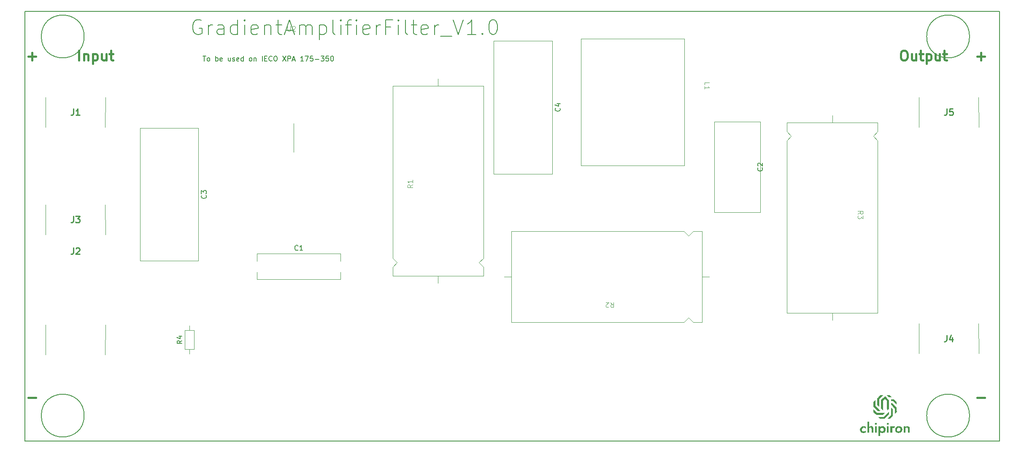
<source format=gbr>
%TF.GenerationSoftware,KiCad,Pcbnew,7.0.7*%
%TF.CreationDate,2023-09-25T16:49:46+02:00*%
%TF.ProjectId,GradientAmplifierFilter_V1,47726164-6965-46e7-9441-6d706c696669,rev?*%
%TF.SameCoordinates,Original*%
%TF.FileFunction,Legend,Top*%
%TF.FilePolarity,Positive*%
%FSLAX46Y46*%
G04 Gerber Fmt 4.6, Leading zero omitted, Abs format (unit mm)*
G04 Created by KiCad (PCBNEW 7.0.7) date 2023-09-25 16:49:46*
%MOMM*%
%LPD*%
G01*
G04 APERTURE LIST*
%ADD10C,0.150000*%
%ADD11C,0.400000*%
%ADD12C,0.100000*%
%ADD13C,0.254000*%
%ADD14C,0.300000*%
%ADD15C,0.120000*%
%TA.AperFunction,Profile*%
%ADD16C,0.150000*%
%TD*%
G04 APERTURE END LIST*
D10*
X20763922Y-32719819D02*
X21335350Y-32719819D01*
X21049636Y-33719819D02*
X21049636Y-32719819D01*
X21811541Y-33719819D02*
X21716303Y-33672200D01*
X21716303Y-33672200D02*
X21668684Y-33624580D01*
X21668684Y-33624580D02*
X21621065Y-33529342D01*
X21621065Y-33529342D02*
X21621065Y-33243628D01*
X21621065Y-33243628D02*
X21668684Y-33148390D01*
X21668684Y-33148390D02*
X21716303Y-33100771D01*
X21716303Y-33100771D02*
X21811541Y-33053152D01*
X21811541Y-33053152D02*
X21954398Y-33053152D01*
X21954398Y-33053152D02*
X22049636Y-33100771D01*
X22049636Y-33100771D02*
X22097255Y-33148390D01*
X22097255Y-33148390D02*
X22144874Y-33243628D01*
X22144874Y-33243628D02*
X22144874Y-33529342D01*
X22144874Y-33529342D02*
X22097255Y-33624580D01*
X22097255Y-33624580D02*
X22049636Y-33672200D01*
X22049636Y-33672200D02*
X21954398Y-33719819D01*
X21954398Y-33719819D02*
X21811541Y-33719819D01*
X23335351Y-33719819D02*
X23335351Y-32719819D01*
X23335351Y-33100771D02*
X23430589Y-33053152D01*
X23430589Y-33053152D02*
X23621065Y-33053152D01*
X23621065Y-33053152D02*
X23716303Y-33100771D01*
X23716303Y-33100771D02*
X23763922Y-33148390D01*
X23763922Y-33148390D02*
X23811541Y-33243628D01*
X23811541Y-33243628D02*
X23811541Y-33529342D01*
X23811541Y-33529342D02*
X23763922Y-33624580D01*
X23763922Y-33624580D02*
X23716303Y-33672200D01*
X23716303Y-33672200D02*
X23621065Y-33719819D01*
X23621065Y-33719819D02*
X23430589Y-33719819D01*
X23430589Y-33719819D02*
X23335351Y-33672200D01*
X24621065Y-33672200D02*
X24525827Y-33719819D01*
X24525827Y-33719819D02*
X24335351Y-33719819D01*
X24335351Y-33719819D02*
X24240113Y-33672200D01*
X24240113Y-33672200D02*
X24192494Y-33576961D01*
X24192494Y-33576961D02*
X24192494Y-33196009D01*
X24192494Y-33196009D02*
X24240113Y-33100771D01*
X24240113Y-33100771D02*
X24335351Y-33053152D01*
X24335351Y-33053152D02*
X24525827Y-33053152D01*
X24525827Y-33053152D02*
X24621065Y-33100771D01*
X24621065Y-33100771D02*
X24668684Y-33196009D01*
X24668684Y-33196009D02*
X24668684Y-33291247D01*
X24668684Y-33291247D02*
X24192494Y-33386485D01*
X26287732Y-33053152D02*
X26287732Y-33719819D01*
X25859161Y-33053152D02*
X25859161Y-33576961D01*
X25859161Y-33576961D02*
X25906780Y-33672200D01*
X25906780Y-33672200D02*
X26002018Y-33719819D01*
X26002018Y-33719819D02*
X26144875Y-33719819D01*
X26144875Y-33719819D02*
X26240113Y-33672200D01*
X26240113Y-33672200D02*
X26287732Y-33624580D01*
X26716304Y-33672200D02*
X26811542Y-33719819D01*
X26811542Y-33719819D02*
X27002018Y-33719819D01*
X27002018Y-33719819D02*
X27097256Y-33672200D01*
X27097256Y-33672200D02*
X27144875Y-33576961D01*
X27144875Y-33576961D02*
X27144875Y-33529342D01*
X27144875Y-33529342D02*
X27097256Y-33434104D01*
X27097256Y-33434104D02*
X27002018Y-33386485D01*
X27002018Y-33386485D02*
X26859161Y-33386485D01*
X26859161Y-33386485D02*
X26763923Y-33338866D01*
X26763923Y-33338866D02*
X26716304Y-33243628D01*
X26716304Y-33243628D02*
X26716304Y-33196009D01*
X26716304Y-33196009D02*
X26763923Y-33100771D01*
X26763923Y-33100771D02*
X26859161Y-33053152D01*
X26859161Y-33053152D02*
X27002018Y-33053152D01*
X27002018Y-33053152D02*
X27097256Y-33100771D01*
X27954399Y-33672200D02*
X27859161Y-33719819D01*
X27859161Y-33719819D02*
X27668685Y-33719819D01*
X27668685Y-33719819D02*
X27573447Y-33672200D01*
X27573447Y-33672200D02*
X27525828Y-33576961D01*
X27525828Y-33576961D02*
X27525828Y-33196009D01*
X27525828Y-33196009D02*
X27573447Y-33100771D01*
X27573447Y-33100771D02*
X27668685Y-33053152D01*
X27668685Y-33053152D02*
X27859161Y-33053152D01*
X27859161Y-33053152D02*
X27954399Y-33100771D01*
X27954399Y-33100771D02*
X28002018Y-33196009D01*
X28002018Y-33196009D02*
X28002018Y-33291247D01*
X28002018Y-33291247D02*
X27525828Y-33386485D01*
X28859161Y-33719819D02*
X28859161Y-32719819D01*
X28859161Y-33672200D02*
X28763923Y-33719819D01*
X28763923Y-33719819D02*
X28573447Y-33719819D01*
X28573447Y-33719819D02*
X28478209Y-33672200D01*
X28478209Y-33672200D02*
X28430590Y-33624580D01*
X28430590Y-33624580D02*
X28382971Y-33529342D01*
X28382971Y-33529342D02*
X28382971Y-33243628D01*
X28382971Y-33243628D02*
X28430590Y-33148390D01*
X28430590Y-33148390D02*
X28478209Y-33100771D01*
X28478209Y-33100771D02*
X28573447Y-33053152D01*
X28573447Y-33053152D02*
X28763923Y-33053152D01*
X28763923Y-33053152D02*
X28859161Y-33100771D01*
X30240114Y-33719819D02*
X30144876Y-33672200D01*
X30144876Y-33672200D02*
X30097257Y-33624580D01*
X30097257Y-33624580D02*
X30049638Y-33529342D01*
X30049638Y-33529342D02*
X30049638Y-33243628D01*
X30049638Y-33243628D02*
X30097257Y-33148390D01*
X30097257Y-33148390D02*
X30144876Y-33100771D01*
X30144876Y-33100771D02*
X30240114Y-33053152D01*
X30240114Y-33053152D02*
X30382971Y-33053152D01*
X30382971Y-33053152D02*
X30478209Y-33100771D01*
X30478209Y-33100771D02*
X30525828Y-33148390D01*
X30525828Y-33148390D02*
X30573447Y-33243628D01*
X30573447Y-33243628D02*
X30573447Y-33529342D01*
X30573447Y-33529342D02*
X30525828Y-33624580D01*
X30525828Y-33624580D02*
X30478209Y-33672200D01*
X30478209Y-33672200D02*
X30382971Y-33719819D01*
X30382971Y-33719819D02*
X30240114Y-33719819D01*
X31002019Y-33053152D02*
X31002019Y-33719819D01*
X31002019Y-33148390D02*
X31049638Y-33100771D01*
X31049638Y-33100771D02*
X31144876Y-33053152D01*
X31144876Y-33053152D02*
X31287733Y-33053152D01*
X31287733Y-33053152D02*
X31382971Y-33100771D01*
X31382971Y-33100771D02*
X31430590Y-33196009D01*
X31430590Y-33196009D02*
X31430590Y-33719819D01*
X32668686Y-33719819D02*
X32668686Y-32719819D01*
X33144876Y-33196009D02*
X33478209Y-33196009D01*
X33621066Y-33719819D02*
X33144876Y-33719819D01*
X33144876Y-33719819D02*
X33144876Y-32719819D01*
X33144876Y-32719819D02*
X33621066Y-32719819D01*
X34621066Y-33624580D02*
X34573447Y-33672200D01*
X34573447Y-33672200D02*
X34430590Y-33719819D01*
X34430590Y-33719819D02*
X34335352Y-33719819D01*
X34335352Y-33719819D02*
X34192495Y-33672200D01*
X34192495Y-33672200D02*
X34097257Y-33576961D01*
X34097257Y-33576961D02*
X34049638Y-33481723D01*
X34049638Y-33481723D02*
X34002019Y-33291247D01*
X34002019Y-33291247D02*
X34002019Y-33148390D01*
X34002019Y-33148390D02*
X34049638Y-32957914D01*
X34049638Y-32957914D02*
X34097257Y-32862676D01*
X34097257Y-32862676D02*
X34192495Y-32767438D01*
X34192495Y-32767438D02*
X34335352Y-32719819D01*
X34335352Y-32719819D02*
X34430590Y-32719819D01*
X34430590Y-32719819D02*
X34573447Y-32767438D01*
X34573447Y-32767438D02*
X34621066Y-32815057D01*
X35240114Y-32719819D02*
X35430590Y-32719819D01*
X35430590Y-32719819D02*
X35525828Y-32767438D01*
X35525828Y-32767438D02*
X35621066Y-32862676D01*
X35621066Y-32862676D02*
X35668685Y-33053152D01*
X35668685Y-33053152D02*
X35668685Y-33386485D01*
X35668685Y-33386485D02*
X35621066Y-33576961D01*
X35621066Y-33576961D02*
X35525828Y-33672200D01*
X35525828Y-33672200D02*
X35430590Y-33719819D01*
X35430590Y-33719819D02*
X35240114Y-33719819D01*
X35240114Y-33719819D02*
X35144876Y-33672200D01*
X35144876Y-33672200D02*
X35049638Y-33576961D01*
X35049638Y-33576961D02*
X35002019Y-33386485D01*
X35002019Y-33386485D02*
X35002019Y-33053152D01*
X35002019Y-33053152D02*
X35049638Y-32862676D01*
X35049638Y-32862676D02*
X35144876Y-32767438D01*
X35144876Y-32767438D02*
X35240114Y-32719819D01*
X36763924Y-32719819D02*
X37430590Y-33719819D01*
X37430590Y-32719819D02*
X36763924Y-33719819D01*
X37811543Y-33719819D02*
X37811543Y-32719819D01*
X37811543Y-32719819D02*
X38192495Y-32719819D01*
X38192495Y-32719819D02*
X38287733Y-32767438D01*
X38287733Y-32767438D02*
X38335352Y-32815057D01*
X38335352Y-32815057D02*
X38382971Y-32910295D01*
X38382971Y-32910295D02*
X38382971Y-33053152D01*
X38382971Y-33053152D02*
X38335352Y-33148390D01*
X38335352Y-33148390D02*
X38287733Y-33196009D01*
X38287733Y-33196009D02*
X38192495Y-33243628D01*
X38192495Y-33243628D02*
X37811543Y-33243628D01*
X38763924Y-33434104D02*
X39240114Y-33434104D01*
X38668686Y-33719819D02*
X39002019Y-32719819D01*
X39002019Y-32719819D02*
X39335352Y-33719819D01*
X40954400Y-33719819D02*
X40382972Y-33719819D01*
X40668686Y-33719819D02*
X40668686Y-32719819D01*
X40668686Y-32719819D02*
X40573448Y-32862676D01*
X40573448Y-32862676D02*
X40478210Y-32957914D01*
X40478210Y-32957914D02*
X40382972Y-33005533D01*
X41287734Y-32719819D02*
X41954400Y-32719819D01*
X41954400Y-32719819D02*
X41525829Y-33719819D01*
X42811543Y-32719819D02*
X42335353Y-32719819D01*
X42335353Y-32719819D02*
X42287734Y-33196009D01*
X42287734Y-33196009D02*
X42335353Y-33148390D01*
X42335353Y-33148390D02*
X42430591Y-33100771D01*
X42430591Y-33100771D02*
X42668686Y-33100771D01*
X42668686Y-33100771D02*
X42763924Y-33148390D01*
X42763924Y-33148390D02*
X42811543Y-33196009D01*
X42811543Y-33196009D02*
X42859162Y-33291247D01*
X42859162Y-33291247D02*
X42859162Y-33529342D01*
X42859162Y-33529342D02*
X42811543Y-33624580D01*
X42811543Y-33624580D02*
X42763924Y-33672200D01*
X42763924Y-33672200D02*
X42668686Y-33719819D01*
X42668686Y-33719819D02*
X42430591Y-33719819D01*
X42430591Y-33719819D02*
X42335353Y-33672200D01*
X42335353Y-33672200D02*
X42287734Y-33624580D01*
X43287734Y-33338866D02*
X44049639Y-33338866D01*
X44430591Y-32719819D02*
X45049638Y-32719819D01*
X45049638Y-32719819D02*
X44716305Y-33100771D01*
X44716305Y-33100771D02*
X44859162Y-33100771D01*
X44859162Y-33100771D02*
X44954400Y-33148390D01*
X44954400Y-33148390D02*
X45002019Y-33196009D01*
X45002019Y-33196009D02*
X45049638Y-33291247D01*
X45049638Y-33291247D02*
X45049638Y-33529342D01*
X45049638Y-33529342D02*
X45002019Y-33624580D01*
X45002019Y-33624580D02*
X44954400Y-33672200D01*
X44954400Y-33672200D02*
X44859162Y-33719819D01*
X44859162Y-33719819D02*
X44573448Y-33719819D01*
X44573448Y-33719819D02*
X44478210Y-33672200D01*
X44478210Y-33672200D02*
X44430591Y-33624580D01*
X45954400Y-32719819D02*
X45478210Y-32719819D01*
X45478210Y-32719819D02*
X45430591Y-33196009D01*
X45430591Y-33196009D02*
X45478210Y-33148390D01*
X45478210Y-33148390D02*
X45573448Y-33100771D01*
X45573448Y-33100771D02*
X45811543Y-33100771D01*
X45811543Y-33100771D02*
X45906781Y-33148390D01*
X45906781Y-33148390D02*
X45954400Y-33196009D01*
X45954400Y-33196009D02*
X46002019Y-33291247D01*
X46002019Y-33291247D02*
X46002019Y-33529342D01*
X46002019Y-33529342D02*
X45954400Y-33624580D01*
X45954400Y-33624580D02*
X45906781Y-33672200D01*
X45906781Y-33672200D02*
X45811543Y-33719819D01*
X45811543Y-33719819D02*
X45573448Y-33719819D01*
X45573448Y-33719819D02*
X45478210Y-33672200D01*
X45478210Y-33672200D02*
X45430591Y-33624580D01*
X46621067Y-32719819D02*
X46716305Y-32719819D01*
X46716305Y-32719819D02*
X46811543Y-32767438D01*
X46811543Y-32767438D02*
X46859162Y-32815057D01*
X46859162Y-32815057D02*
X46906781Y-32910295D01*
X46906781Y-32910295D02*
X46954400Y-33100771D01*
X46954400Y-33100771D02*
X46954400Y-33338866D01*
X46954400Y-33338866D02*
X46906781Y-33529342D01*
X46906781Y-33529342D02*
X46859162Y-33624580D01*
X46859162Y-33624580D02*
X46811543Y-33672200D01*
X46811543Y-33672200D02*
X46716305Y-33719819D01*
X46716305Y-33719819D02*
X46621067Y-33719819D01*
X46621067Y-33719819D02*
X46525829Y-33672200D01*
X46525829Y-33672200D02*
X46478210Y-33624580D01*
X46478210Y-33624580D02*
X46430591Y-33529342D01*
X46430591Y-33529342D02*
X46382972Y-33338866D01*
X46382972Y-33338866D02*
X46382972Y-33100771D01*
X46382972Y-33100771D02*
X46430591Y-32910295D01*
X46430591Y-32910295D02*
X46478210Y-32815057D01*
X46478210Y-32815057D02*
X46525829Y-32767438D01*
X46525829Y-32767438D02*
X46621067Y-32719819D01*
D11*
X176119347Y-32822533D02*
X177643157Y-32822533D01*
X176881252Y-33584438D02*
X176881252Y-32060628D01*
X176119347Y-101402533D02*
X177643157Y-101402533D01*
X-4090652Y-33584438D02*
X-4090652Y-31584438D01*
X-3138271Y-32251104D02*
X-3138271Y-33584438D01*
X-3138271Y-32441580D02*
X-3043033Y-32346342D01*
X-3043033Y-32346342D02*
X-2852557Y-32251104D01*
X-2852557Y-32251104D02*
X-2566842Y-32251104D01*
X-2566842Y-32251104D02*
X-2376366Y-32346342D01*
X-2376366Y-32346342D02*
X-2281128Y-32536819D01*
X-2281128Y-32536819D02*
X-2281128Y-33584438D01*
X-1328747Y-32251104D02*
X-1328747Y-34251104D01*
X-1328747Y-32346342D02*
X-1138271Y-32251104D01*
X-1138271Y-32251104D02*
X-757318Y-32251104D01*
X-757318Y-32251104D02*
X-566842Y-32346342D01*
X-566842Y-32346342D02*
X-471604Y-32441580D01*
X-471604Y-32441580D02*
X-376366Y-32632057D01*
X-376366Y-32632057D02*
X-376366Y-33203485D01*
X-376366Y-33203485D02*
X-471604Y-33393961D01*
X-471604Y-33393961D02*
X-566842Y-33489200D01*
X-566842Y-33489200D02*
X-757318Y-33584438D01*
X-757318Y-33584438D02*
X-1138271Y-33584438D01*
X-1138271Y-33584438D02*
X-1328747Y-33489200D01*
X1337919Y-32251104D02*
X1337919Y-33584438D01*
X480776Y-32251104D02*
X480776Y-33298723D01*
X480776Y-33298723D02*
X576014Y-33489200D01*
X576014Y-33489200D02*
X766490Y-33584438D01*
X766490Y-33584438D02*
X1052205Y-33584438D01*
X1052205Y-33584438D02*
X1242681Y-33489200D01*
X1242681Y-33489200D02*
X1337919Y-33393961D01*
X2004586Y-32251104D02*
X2766490Y-32251104D01*
X2290300Y-31584438D02*
X2290300Y-33298723D01*
X2290300Y-33298723D02*
X2385538Y-33489200D01*
X2385538Y-33489200D02*
X2576014Y-33584438D01*
X2576014Y-33584438D02*
X2766490Y-33584438D01*
X161260299Y-31584438D02*
X161641252Y-31584438D01*
X161641252Y-31584438D02*
X161831728Y-31679676D01*
X161831728Y-31679676D02*
X162022204Y-31870152D01*
X162022204Y-31870152D02*
X162117442Y-32251104D01*
X162117442Y-32251104D02*
X162117442Y-32917771D01*
X162117442Y-32917771D02*
X162022204Y-33298723D01*
X162022204Y-33298723D02*
X161831728Y-33489200D01*
X161831728Y-33489200D02*
X161641252Y-33584438D01*
X161641252Y-33584438D02*
X161260299Y-33584438D01*
X161260299Y-33584438D02*
X161069823Y-33489200D01*
X161069823Y-33489200D02*
X160879347Y-33298723D01*
X160879347Y-33298723D02*
X160784109Y-32917771D01*
X160784109Y-32917771D02*
X160784109Y-32251104D01*
X160784109Y-32251104D02*
X160879347Y-31870152D01*
X160879347Y-31870152D02*
X161069823Y-31679676D01*
X161069823Y-31679676D02*
X161260299Y-31584438D01*
X163831728Y-32251104D02*
X163831728Y-33584438D01*
X162974585Y-32251104D02*
X162974585Y-33298723D01*
X162974585Y-33298723D02*
X163069823Y-33489200D01*
X163069823Y-33489200D02*
X163260299Y-33584438D01*
X163260299Y-33584438D02*
X163546014Y-33584438D01*
X163546014Y-33584438D02*
X163736490Y-33489200D01*
X163736490Y-33489200D02*
X163831728Y-33393961D01*
X164498395Y-32251104D02*
X165260299Y-32251104D01*
X164784109Y-31584438D02*
X164784109Y-33298723D01*
X164784109Y-33298723D02*
X164879347Y-33489200D01*
X164879347Y-33489200D02*
X165069823Y-33584438D01*
X165069823Y-33584438D02*
X165260299Y-33584438D01*
X165926966Y-32251104D02*
X165926966Y-34251104D01*
X165926966Y-32346342D02*
X166117442Y-32251104D01*
X166117442Y-32251104D02*
X166498395Y-32251104D01*
X166498395Y-32251104D02*
X166688871Y-32346342D01*
X166688871Y-32346342D02*
X166784109Y-32441580D01*
X166784109Y-32441580D02*
X166879347Y-32632057D01*
X166879347Y-32632057D02*
X166879347Y-33203485D01*
X166879347Y-33203485D02*
X166784109Y-33393961D01*
X166784109Y-33393961D02*
X166688871Y-33489200D01*
X166688871Y-33489200D02*
X166498395Y-33584438D01*
X166498395Y-33584438D02*
X166117442Y-33584438D01*
X166117442Y-33584438D02*
X165926966Y-33489200D01*
X168593633Y-32251104D02*
X168593633Y-33584438D01*
X167736490Y-32251104D02*
X167736490Y-33298723D01*
X167736490Y-33298723D02*
X167831728Y-33489200D01*
X167831728Y-33489200D02*
X168022204Y-33584438D01*
X168022204Y-33584438D02*
X168307919Y-33584438D01*
X168307919Y-33584438D02*
X168498395Y-33489200D01*
X168498395Y-33489200D02*
X168593633Y-33393961D01*
X169260300Y-32251104D02*
X170022204Y-32251104D01*
X169546014Y-31584438D02*
X169546014Y-33298723D01*
X169546014Y-33298723D02*
X169641252Y-33489200D01*
X169641252Y-33489200D02*
X169831728Y-33584438D01*
X169831728Y-33584438D02*
X170022204Y-33584438D01*
D10*
X20414398Y-25537914D02*
X20128684Y-25395057D01*
X20128684Y-25395057D02*
X19700112Y-25395057D01*
X19700112Y-25395057D02*
X19271541Y-25537914D01*
X19271541Y-25537914D02*
X18985826Y-25823628D01*
X18985826Y-25823628D02*
X18842969Y-26109342D01*
X18842969Y-26109342D02*
X18700112Y-26680771D01*
X18700112Y-26680771D02*
X18700112Y-27109342D01*
X18700112Y-27109342D02*
X18842969Y-27680771D01*
X18842969Y-27680771D02*
X18985826Y-27966485D01*
X18985826Y-27966485D02*
X19271541Y-28252200D01*
X19271541Y-28252200D02*
X19700112Y-28395057D01*
X19700112Y-28395057D02*
X19985826Y-28395057D01*
X19985826Y-28395057D02*
X20414398Y-28252200D01*
X20414398Y-28252200D02*
X20557255Y-28109342D01*
X20557255Y-28109342D02*
X20557255Y-27109342D01*
X20557255Y-27109342D02*
X19985826Y-27109342D01*
X21842969Y-28395057D02*
X21842969Y-26395057D01*
X21842969Y-26966485D02*
X21985826Y-26680771D01*
X21985826Y-26680771D02*
X22128684Y-26537914D01*
X22128684Y-26537914D02*
X22414398Y-26395057D01*
X22414398Y-26395057D02*
X22700112Y-26395057D01*
X24985827Y-28395057D02*
X24985827Y-26823628D01*
X24985827Y-26823628D02*
X24842969Y-26537914D01*
X24842969Y-26537914D02*
X24557255Y-26395057D01*
X24557255Y-26395057D02*
X23985827Y-26395057D01*
X23985827Y-26395057D02*
X23700112Y-26537914D01*
X24985827Y-28252200D02*
X24700112Y-28395057D01*
X24700112Y-28395057D02*
X23985827Y-28395057D01*
X23985827Y-28395057D02*
X23700112Y-28252200D01*
X23700112Y-28252200D02*
X23557255Y-27966485D01*
X23557255Y-27966485D02*
X23557255Y-27680771D01*
X23557255Y-27680771D02*
X23700112Y-27395057D01*
X23700112Y-27395057D02*
X23985827Y-27252200D01*
X23985827Y-27252200D02*
X24700112Y-27252200D01*
X24700112Y-27252200D02*
X24985827Y-27109342D01*
X27700113Y-28395057D02*
X27700113Y-25395057D01*
X27700113Y-28252200D02*
X27414398Y-28395057D01*
X27414398Y-28395057D02*
X26842970Y-28395057D01*
X26842970Y-28395057D02*
X26557255Y-28252200D01*
X26557255Y-28252200D02*
X26414398Y-28109342D01*
X26414398Y-28109342D02*
X26271541Y-27823628D01*
X26271541Y-27823628D02*
X26271541Y-26966485D01*
X26271541Y-26966485D02*
X26414398Y-26680771D01*
X26414398Y-26680771D02*
X26557255Y-26537914D01*
X26557255Y-26537914D02*
X26842970Y-26395057D01*
X26842970Y-26395057D02*
X27414398Y-26395057D01*
X27414398Y-26395057D02*
X27700113Y-26537914D01*
X29128684Y-28395057D02*
X29128684Y-26395057D01*
X29128684Y-25395057D02*
X28985827Y-25537914D01*
X28985827Y-25537914D02*
X29128684Y-25680771D01*
X29128684Y-25680771D02*
X29271541Y-25537914D01*
X29271541Y-25537914D02*
X29128684Y-25395057D01*
X29128684Y-25395057D02*
X29128684Y-25680771D01*
X31700112Y-28252200D02*
X31414398Y-28395057D01*
X31414398Y-28395057D02*
X30842970Y-28395057D01*
X30842970Y-28395057D02*
X30557255Y-28252200D01*
X30557255Y-28252200D02*
X30414398Y-27966485D01*
X30414398Y-27966485D02*
X30414398Y-26823628D01*
X30414398Y-26823628D02*
X30557255Y-26537914D01*
X30557255Y-26537914D02*
X30842970Y-26395057D01*
X30842970Y-26395057D02*
X31414398Y-26395057D01*
X31414398Y-26395057D02*
X31700112Y-26537914D01*
X31700112Y-26537914D02*
X31842970Y-26823628D01*
X31842970Y-26823628D02*
X31842970Y-27109342D01*
X31842970Y-27109342D02*
X30414398Y-27395057D01*
X33128684Y-26395057D02*
X33128684Y-28395057D01*
X33128684Y-26680771D02*
X33271541Y-26537914D01*
X33271541Y-26537914D02*
X33557256Y-26395057D01*
X33557256Y-26395057D02*
X33985827Y-26395057D01*
X33985827Y-26395057D02*
X34271541Y-26537914D01*
X34271541Y-26537914D02*
X34414399Y-26823628D01*
X34414399Y-26823628D02*
X34414399Y-28395057D01*
X35414399Y-26395057D02*
X36557256Y-26395057D01*
X35842970Y-25395057D02*
X35842970Y-27966485D01*
X35842970Y-27966485D02*
X35985827Y-28252200D01*
X35985827Y-28252200D02*
X36271542Y-28395057D01*
X36271542Y-28395057D02*
X36557256Y-28395057D01*
X37414399Y-27537914D02*
X38842971Y-27537914D01*
X37128685Y-28395057D02*
X38128685Y-25395057D01*
X38128685Y-25395057D02*
X39128685Y-28395057D01*
X40128685Y-28395057D02*
X40128685Y-26395057D01*
X40128685Y-26680771D02*
X40271542Y-26537914D01*
X40271542Y-26537914D02*
X40557257Y-26395057D01*
X40557257Y-26395057D02*
X40985828Y-26395057D01*
X40985828Y-26395057D02*
X41271542Y-26537914D01*
X41271542Y-26537914D02*
X41414400Y-26823628D01*
X41414400Y-26823628D02*
X41414400Y-28395057D01*
X41414400Y-26823628D02*
X41557257Y-26537914D01*
X41557257Y-26537914D02*
X41842971Y-26395057D01*
X41842971Y-26395057D02*
X42271542Y-26395057D01*
X42271542Y-26395057D02*
X42557257Y-26537914D01*
X42557257Y-26537914D02*
X42700114Y-26823628D01*
X42700114Y-26823628D02*
X42700114Y-28395057D01*
X44128685Y-26395057D02*
X44128685Y-29395057D01*
X44128685Y-26537914D02*
X44414400Y-26395057D01*
X44414400Y-26395057D02*
X44985828Y-26395057D01*
X44985828Y-26395057D02*
X45271542Y-26537914D01*
X45271542Y-26537914D02*
X45414400Y-26680771D01*
X45414400Y-26680771D02*
X45557257Y-26966485D01*
X45557257Y-26966485D02*
X45557257Y-27823628D01*
X45557257Y-27823628D02*
X45414400Y-28109342D01*
X45414400Y-28109342D02*
X45271542Y-28252200D01*
X45271542Y-28252200D02*
X44985828Y-28395057D01*
X44985828Y-28395057D02*
X44414400Y-28395057D01*
X44414400Y-28395057D02*
X44128685Y-28252200D01*
X47271543Y-28395057D02*
X46985828Y-28252200D01*
X46985828Y-28252200D02*
X46842971Y-27966485D01*
X46842971Y-27966485D02*
X46842971Y-25395057D01*
X48414400Y-28395057D02*
X48414400Y-26395057D01*
X48414400Y-25395057D02*
X48271543Y-25537914D01*
X48271543Y-25537914D02*
X48414400Y-25680771D01*
X48414400Y-25680771D02*
X48557257Y-25537914D01*
X48557257Y-25537914D02*
X48414400Y-25395057D01*
X48414400Y-25395057D02*
X48414400Y-25680771D01*
X49414400Y-26395057D02*
X50557257Y-26395057D01*
X49842971Y-28395057D02*
X49842971Y-25823628D01*
X49842971Y-25823628D02*
X49985828Y-25537914D01*
X49985828Y-25537914D02*
X50271543Y-25395057D01*
X50271543Y-25395057D02*
X50557257Y-25395057D01*
X51557257Y-28395057D02*
X51557257Y-26395057D01*
X51557257Y-25395057D02*
X51414400Y-25537914D01*
X51414400Y-25537914D02*
X51557257Y-25680771D01*
X51557257Y-25680771D02*
X51700114Y-25537914D01*
X51700114Y-25537914D02*
X51557257Y-25395057D01*
X51557257Y-25395057D02*
X51557257Y-25680771D01*
X54128685Y-28252200D02*
X53842971Y-28395057D01*
X53842971Y-28395057D02*
X53271543Y-28395057D01*
X53271543Y-28395057D02*
X52985828Y-28252200D01*
X52985828Y-28252200D02*
X52842971Y-27966485D01*
X52842971Y-27966485D02*
X52842971Y-26823628D01*
X52842971Y-26823628D02*
X52985828Y-26537914D01*
X52985828Y-26537914D02*
X53271543Y-26395057D01*
X53271543Y-26395057D02*
X53842971Y-26395057D01*
X53842971Y-26395057D02*
X54128685Y-26537914D01*
X54128685Y-26537914D02*
X54271543Y-26823628D01*
X54271543Y-26823628D02*
X54271543Y-27109342D01*
X54271543Y-27109342D02*
X52842971Y-27395057D01*
X55557257Y-28395057D02*
X55557257Y-26395057D01*
X55557257Y-26966485D02*
X55700114Y-26680771D01*
X55700114Y-26680771D02*
X55842972Y-26537914D01*
X55842972Y-26537914D02*
X56128686Y-26395057D01*
X56128686Y-26395057D02*
X56414400Y-26395057D01*
X58414400Y-26823628D02*
X57414400Y-26823628D01*
X57414400Y-28395057D02*
X57414400Y-25395057D01*
X57414400Y-25395057D02*
X58842972Y-25395057D01*
X59985829Y-28395057D02*
X59985829Y-26395057D01*
X59985829Y-25395057D02*
X59842972Y-25537914D01*
X59842972Y-25537914D02*
X59985829Y-25680771D01*
X59985829Y-25680771D02*
X60128686Y-25537914D01*
X60128686Y-25537914D02*
X59985829Y-25395057D01*
X59985829Y-25395057D02*
X59985829Y-25680771D01*
X61842972Y-28395057D02*
X61557257Y-28252200D01*
X61557257Y-28252200D02*
X61414400Y-27966485D01*
X61414400Y-27966485D02*
X61414400Y-25395057D01*
X62557258Y-26395057D02*
X63700115Y-26395057D01*
X62985829Y-25395057D02*
X62985829Y-27966485D01*
X62985829Y-27966485D02*
X63128686Y-28252200D01*
X63128686Y-28252200D02*
X63414401Y-28395057D01*
X63414401Y-28395057D02*
X63700115Y-28395057D01*
X65842972Y-28252200D02*
X65557258Y-28395057D01*
X65557258Y-28395057D02*
X64985830Y-28395057D01*
X64985830Y-28395057D02*
X64700115Y-28252200D01*
X64700115Y-28252200D02*
X64557258Y-27966485D01*
X64557258Y-27966485D02*
X64557258Y-26823628D01*
X64557258Y-26823628D02*
X64700115Y-26537914D01*
X64700115Y-26537914D02*
X64985830Y-26395057D01*
X64985830Y-26395057D02*
X65557258Y-26395057D01*
X65557258Y-26395057D02*
X65842972Y-26537914D01*
X65842972Y-26537914D02*
X65985830Y-26823628D01*
X65985830Y-26823628D02*
X65985830Y-27109342D01*
X65985830Y-27109342D02*
X64557258Y-27395057D01*
X67271544Y-28395057D02*
X67271544Y-26395057D01*
X67271544Y-26966485D02*
X67414401Y-26680771D01*
X67414401Y-26680771D02*
X67557259Y-26537914D01*
X67557259Y-26537914D02*
X67842973Y-26395057D01*
X67842973Y-26395057D02*
X68128687Y-26395057D01*
X68414402Y-28680771D02*
X70700116Y-28680771D01*
X70985830Y-25395057D02*
X71985830Y-28395057D01*
X71985830Y-28395057D02*
X72985830Y-25395057D01*
X75557259Y-28395057D02*
X73842973Y-28395057D01*
X74700116Y-28395057D02*
X74700116Y-25395057D01*
X74700116Y-25395057D02*
X74414402Y-25823628D01*
X74414402Y-25823628D02*
X74128687Y-26109342D01*
X74128687Y-26109342D02*
X73842973Y-26252200D01*
X76842973Y-28109342D02*
X76985830Y-28252200D01*
X76985830Y-28252200D02*
X76842973Y-28395057D01*
X76842973Y-28395057D02*
X76700116Y-28252200D01*
X76700116Y-28252200D02*
X76842973Y-28109342D01*
X76842973Y-28109342D02*
X76842973Y-28395057D01*
X78842973Y-25395057D02*
X79128687Y-25395057D01*
X79128687Y-25395057D02*
X79414401Y-25537914D01*
X79414401Y-25537914D02*
X79557259Y-25680771D01*
X79557259Y-25680771D02*
X79700116Y-25966485D01*
X79700116Y-25966485D02*
X79842973Y-26537914D01*
X79842973Y-26537914D02*
X79842973Y-27252200D01*
X79842973Y-27252200D02*
X79700116Y-27823628D01*
X79700116Y-27823628D02*
X79557259Y-28109342D01*
X79557259Y-28109342D02*
X79414401Y-28252200D01*
X79414401Y-28252200D02*
X79128687Y-28395057D01*
X79128687Y-28395057D02*
X78842973Y-28395057D01*
X78842973Y-28395057D02*
X78557259Y-28252200D01*
X78557259Y-28252200D02*
X78414401Y-28109342D01*
X78414401Y-28109342D02*
X78271544Y-27823628D01*
X78271544Y-27823628D02*
X78128687Y-27252200D01*
X78128687Y-27252200D02*
X78128687Y-26537914D01*
X78128687Y-26537914D02*
X78271544Y-25966485D01*
X78271544Y-25966485D02*
X78414401Y-25680771D01*
X78414401Y-25680771D02*
X78557259Y-25537914D01*
X78557259Y-25537914D02*
X78842973Y-25395057D01*
D11*
X-14250652Y-101402533D02*
X-12726843Y-101402533D01*
X-14250652Y-32822533D02*
X-12726843Y-32822533D01*
X-13488747Y-33584438D02*
X-13488747Y-32060628D01*
D12*
X121392580Y-38483333D02*
X121392580Y-38007143D01*
X121392580Y-38007143D02*
X122392580Y-38007143D01*
X121392580Y-39340476D02*
X121392580Y-38769048D01*
X121392580Y-39054762D02*
X122392580Y-39054762D01*
X122392580Y-39054762D02*
X122249723Y-38959524D01*
X122249723Y-38959524D02*
X122154485Y-38864286D01*
X122154485Y-38864286D02*
X122106866Y-38769048D01*
X37738095Y-26707419D02*
X37738095Y-27516942D01*
X37738095Y-27516942D02*
X37785714Y-27612180D01*
X37785714Y-27612180D02*
X37833333Y-27659800D01*
X37833333Y-27659800D02*
X37928571Y-27707419D01*
X37928571Y-27707419D02*
X38119047Y-27707419D01*
X38119047Y-27707419D02*
X38214285Y-27659800D01*
X38214285Y-27659800D02*
X38261904Y-27612180D01*
X38261904Y-27612180D02*
X38309523Y-27516942D01*
X38309523Y-27516942D02*
X38309523Y-26707419D01*
X38738095Y-26802657D02*
X38785714Y-26755038D01*
X38785714Y-26755038D02*
X38880952Y-26707419D01*
X38880952Y-26707419D02*
X39119047Y-26707419D01*
X39119047Y-26707419D02*
X39214285Y-26755038D01*
X39214285Y-26755038D02*
X39261904Y-26802657D01*
X39261904Y-26802657D02*
X39309523Y-26897895D01*
X39309523Y-26897895D02*
X39309523Y-26993133D01*
X39309523Y-26993133D02*
X39261904Y-27135990D01*
X39261904Y-27135990D02*
X38690476Y-27707419D01*
X38690476Y-27707419D02*
X39309523Y-27707419D01*
D13*
X170006667Y-88794318D02*
X170006667Y-89701461D01*
X170006667Y-89701461D02*
X169946190Y-89882889D01*
X169946190Y-89882889D02*
X169825238Y-90003842D01*
X169825238Y-90003842D02*
X169643809Y-90064318D01*
X169643809Y-90064318D02*
X169522857Y-90064318D01*
X171155714Y-89217651D02*
X171155714Y-90064318D01*
X170853333Y-88733842D02*
X170550952Y-89640984D01*
X170550952Y-89640984D02*
X171337143Y-89640984D01*
D10*
X39833333Y-71659580D02*
X39785714Y-71707200D01*
X39785714Y-71707200D02*
X39642857Y-71754819D01*
X39642857Y-71754819D02*
X39547619Y-71754819D01*
X39547619Y-71754819D02*
X39404762Y-71707200D01*
X39404762Y-71707200D02*
X39309524Y-71611961D01*
X39309524Y-71611961D02*
X39261905Y-71516723D01*
X39261905Y-71516723D02*
X39214286Y-71326247D01*
X39214286Y-71326247D02*
X39214286Y-71183390D01*
X39214286Y-71183390D02*
X39261905Y-70992914D01*
X39261905Y-70992914D02*
X39309524Y-70897676D01*
X39309524Y-70897676D02*
X39404762Y-70802438D01*
X39404762Y-70802438D02*
X39547619Y-70754819D01*
X39547619Y-70754819D02*
X39642857Y-70754819D01*
X39642857Y-70754819D02*
X39785714Y-70802438D01*
X39785714Y-70802438D02*
X39833333Y-70850057D01*
X40785714Y-71754819D02*
X40214286Y-71754819D01*
X40500000Y-71754819D02*
X40500000Y-70754819D01*
X40500000Y-70754819D02*
X40404762Y-70897676D01*
X40404762Y-70897676D02*
X40309524Y-70992914D01*
X40309524Y-70992914D02*
X40214286Y-71040533D01*
D13*
X-5253332Y-43314318D02*
X-5253332Y-44221461D01*
X-5253332Y-44221461D02*
X-5313809Y-44402889D01*
X-5313809Y-44402889D02*
X-5434761Y-44523842D01*
X-5434761Y-44523842D02*
X-5616190Y-44584318D01*
X-5616190Y-44584318D02*
X-5737142Y-44584318D01*
X-3983332Y-44584318D02*
X-4709047Y-44584318D01*
X-4346190Y-44584318D02*
X-4346190Y-43314318D01*
X-4346190Y-43314318D02*
X-4467142Y-43495746D01*
X-4467142Y-43495746D02*
X-4588094Y-43616699D01*
X-4588094Y-43616699D02*
X-4709047Y-43677175D01*
D12*
X152192580Y-64433333D02*
X152668771Y-64100000D01*
X152192580Y-63861905D02*
X153192580Y-63861905D01*
X153192580Y-63861905D02*
X153192580Y-64242857D01*
X153192580Y-64242857D02*
X153144961Y-64338095D01*
X153144961Y-64338095D02*
X153097342Y-64385714D01*
X153097342Y-64385714D02*
X153002104Y-64433333D01*
X153002104Y-64433333D02*
X152859247Y-64433333D01*
X152859247Y-64433333D02*
X152764009Y-64385714D01*
X152764009Y-64385714D02*
X152716390Y-64338095D01*
X152716390Y-64338095D02*
X152668771Y-64242857D01*
X152668771Y-64242857D02*
X152668771Y-63861905D01*
X153192580Y-64766667D02*
X153192580Y-65385714D01*
X153192580Y-65385714D02*
X152811628Y-65052381D01*
X152811628Y-65052381D02*
X152811628Y-65195238D01*
X152811628Y-65195238D02*
X152764009Y-65290476D01*
X152764009Y-65290476D02*
X152716390Y-65338095D01*
X152716390Y-65338095D02*
X152621152Y-65385714D01*
X152621152Y-65385714D02*
X152383057Y-65385714D01*
X152383057Y-65385714D02*
X152287819Y-65338095D01*
X152287819Y-65338095D02*
X152240200Y-65290476D01*
X152240200Y-65290476D02*
X152192580Y-65195238D01*
X152192580Y-65195238D02*
X152192580Y-64909524D01*
X152192580Y-64909524D02*
X152240200Y-64814286D01*
X152240200Y-64814286D02*
X152287819Y-64766667D01*
X62807419Y-58566666D02*
X62331228Y-58899999D01*
X62807419Y-59138094D02*
X61807419Y-59138094D01*
X61807419Y-59138094D02*
X61807419Y-58757142D01*
X61807419Y-58757142D02*
X61855038Y-58661904D01*
X61855038Y-58661904D02*
X61902657Y-58614285D01*
X61902657Y-58614285D02*
X61997895Y-58566666D01*
X61997895Y-58566666D02*
X62140752Y-58566666D01*
X62140752Y-58566666D02*
X62235990Y-58614285D01*
X62235990Y-58614285D02*
X62283609Y-58661904D01*
X62283609Y-58661904D02*
X62331228Y-58757142D01*
X62331228Y-58757142D02*
X62331228Y-59138094D01*
X62807419Y-57614285D02*
X62807419Y-58185713D01*
X62807419Y-57899999D02*
X61807419Y-57899999D01*
X61807419Y-57899999D02*
X61950276Y-57995237D01*
X61950276Y-57995237D02*
X62045514Y-58090475D01*
X62045514Y-58090475D02*
X62093133Y-58185713D01*
D14*
D13*
X-5253332Y-64904318D02*
X-5253332Y-65811461D01*
X-5253332Y-65811461D02*
X-5313809Y-65992889D01*
X-5313809Y-65992889D02*
X-5434761Y-66113842D01*
X-5434761Y-66113842D02*
X-5616190Y-66174318D01*
X-5616190Y-66174318D02*
X-5737142Y-66174318D01*
X-4769523Y-64904318D02*
X-3983332Y-64904318D01*
X-3983332Y-64904318D02*
X-4406666Y-65388127D01*
X-4406666Y-65388127D02*
X-4225237Y-65388127D01*
X-4225237Y-65388127D02*
X-4104285Y-65448603D01*
X-4104285Y-65448603D02*
X-4043809Y-65509080D01*
X-4043809Y-65509080D02*
X-3983332Y-65630032D01*
X-3983332Y-65630032D02*
X-3983332Y-65932413D01*
X-3983332Y-65932413D02*
X-4043809Y-66053365D01*
X-4043809Y-66053365D02*
X-4104285Y-66113842D01*
X-4104285Y-66113842D02*
X-4225237Y-66174318D01*
X-4225237Y-66174318D02*
X-4588094Y-66174318D01*
X-4588094Y-66174318D02*
X-4709047Y-66113842D01*
X-4709047Y-66113842D02*
X-4769523Y-66053365D01*
D12*
X102566666Y-82192580D02*
X102899999Y-82668771D01*
X103138094Y-82192580D02*
X103138094Y-83192580D01*
X103138094Y-83192580D02*
X102757142Y-83192580D01*
X102757142Y-83192580D02*
X102661904Y-83144961D01*
X102661904Y-83144961D02*
X102614285Y-83097342D01*
X102614285Y-83097342D02*
X102566666Y-83002104D01*
X102566666Y-83002104D02*
X102566666Y-82859247D01*
X102566666Y-82859247D02*
X102614285Y-82764009D01*
X102614285Y-82764009D02*
X102661904Y-82716390D01*
X102661904Y-82716390D02*
X102757142Y-82668771D01*
X102757142Y-82668771D02*
X103138094Y-82668771D01*
X102185713Y-83097342D02*
X102138094Y-83144961D01*
X102138094Y-83144961D02*
X102042856Y-83192580D01*
X102042856Y-83192580D02*
X101804761Y-83192580D01*
X101804761Y-83192580D02*
X101709523Y-83144961D01*
X101709523Y-83144961D02*
X101661904Y-83097342D01*
X101661904Y-83097342D02*
X101614285Y-83002104D01*
X101614285Y-83002104D02*
X101614285Y-82906866D01*
X101614285Y-82906866D02*
X101661904Y-82764009D01*
X101661904Y-82764009D02*
X102233332Y-82192580D01*
X102233332Y-82192580D02*
X101614285Y-82192580D01*
D10*
X92359580Y-43166666D02*
X92407200Y-43214285D01*
X92407200Y-43214285D02*
X92454819Y-43357142D01*
X92454819Y-43357142D02*
X92454819Y-43452380D01*
X92454819Y-43452380D02*
X92407200Y-43595237D01*
X92407200Y-43595237D02*
X92311961Y-43690475D01*
X92311961Y-43690475D02*
X92216723Y-43738094D01*
X92216723Y-43738094D02*
X92026247Y-43785713D01*
X92026247Y-43785713D02*
X91883390Y-43785713D01*
X91883390Y-43785713D02*
X91692914Y-43738094D01*
X91692914Y-43738094D02*
X91597676Y-43690475D01*
X91597676Y-43690475D02*
X91502438Y-43595237D01*
X91502438Y-43595237D02*
X91454819Y-43452380D01*
X91454819Y-43452380D02*
X91454819Y-43357142D01*
X91454819Y-43357142D02*
X91502438Y-43214285D01*
X91502438Y-43214285D02*
X91550057Y-43166666D01*
X91788152Y-42309523D02*
X92454819Y-42309523D01*
X91407200Y-42547618D02*
X92121485Y-42785713D01*
X92121485Y-42785713D02*
X92121485Y-42166666D01*
X132979580Y-55166666D02*
X133027200Y-55214285D01*
X133027200Y-55214285D02*
X133074819Y-55357142D01*
X133074819Y-55357142D02*
X133074819Y-55452380D01*
X133074819Y-55452380D02*
X133027200Y-55595237D01*
X133027200Y-55595237D02*
X132931961Y-55690475D01*
X132931961Y-55690475D02*
X132836723Y-55738094D01*
X132836723Y-55738094D02*
X132646247Y-55785713D01*
X132646247Y-55785713D02*
X132503390Y-55785713D01*
X132503390Y-55785713D02*
X132312914Y-55738094D01*
X132312914Y-55738094D02*
X132217676Y-55690475D01*
X132217676Y-55690475D02*
X132122438Y-55595237D01*
X132122438Y-55595237D02*
X132074819Y-55452380D01*
X132074819Y-55452380D02*
X132074819Y-55357142D01*
X132074819Y-55357142D02*
X132122438Y-55214285D01*
X132122438Y-55214285D02*
X132170057Y-55166666D01*
X132170057Y-54785713D02*
X132122438Y-54738094D01*
X132122438Y-54738094D02*
X132074819Y-54642856D01*
X132074819Y-54642856D02*
X132074819Y-54404761D01*
X132074819Y-54404761D02*
X132122438Y-54309523D01*
X132122438Y-54309523D02*
X132170057Y-54261904D01*
X132170057Y-54261904D02*
X132265295Y-54214285D01*
X132265295Y-54214285D02*
X132360533Y-54214285D01*
X132360533Y-54214285D02*
X132503390Y-54261904D01*
X132503390Y-54261904D02*
X133074819Y-54833332D01*
X133074819Y-54833332D02*
X133074819Y-54214285D01*
D13*
X170006667Y-43314318D02*
X170006667Y-44221461D01*
X170006667Y-44221461D02*
X169946190Y-44402889D01*
X169946190Y-44402889D02*
X169825238Y-44523842D01*
X169825238Y-44523842D02*
X169643809Y-44584318D01*
X169643809Y-44584318D02*
X169522857Y-44584318D01*
X171216190Y-43314318D02*
X170611428Y-43314318D01*
X170611428Y-43314318D02*
X170550952Y-43919080D01*
X170550952Y-43919080D02*
X170611428Y-43858603D01*
X170611428Y-43858603D02*
X170732381Y-43798127D01*
X170732381Y-43798127D02*
X171034762Y-43798127D01*
X171034762Y-43798127D02*
X171155714Y-43858603D01*
X171155714Y-43858603D02*
X171216190Y-43919080D01*
X171216190Y-43919080D02*
X171276667Y-44040032D01*
X171276667Y-44040032D02*
X171276667Y-44342413D01*
X171276667Y-44342413D02*
X171216190Y-44463365D01*
X171216190Y-44463365D02*
X171155714Y-44523842D01*
X171155714Y-44523842D02*
X171034762Y-44584318D01*
X171034762Y-44584318D02*
X170732381Y-44584318D01*
X170732381Y-44584318D02*
X170611428Y-44523842D01*
X170611428Y-44523842D02*
X170550952Y-44463365D01*
D10*
X21359580Y-60686666D02*
X21407200Y-60734285D01*
X21407200Y-60734285D02*
X21454819Y-60877142D01*
X21454819Y-60877142D02*
X21454819Y-60972380D01*
X21454819Y-60972380D02*
X21407200Y-61115237D01*
X21407200Y-61115237D02*
X21311961Y-61210475D01*
X21311961Y-61210475D02*
X21216723Y-61258094D01*
X21216723Y-61258094D02*
X21026247Y-61305713D01*
X21026247Y-61305713D02*
X20883390Y-61305713D01*
X20883390Y-61305713D02*
X20692914Y-61258094D01*
X20692914Y-61258094D02*
X20597676Y-61210475D01*
X20597676Y-61210475D02*
X20502438Y-61115237D01*
X20502438Y-61115237D02*
X20454819Y-60972380D01*
X20454819Y-60972380D02*
X20454819Y-60877142D01*
X20454819Y-60877142D02*
X20502438Y-60734285D01*
X20502438Y-60734285D02*
X20550057Y-60686666D01*
X20454819Y-60353332D02*
X20454819Y-59734285D01*
X20454819Y-59734285D02*
X20835771Y-60067618D01*
X20835771Y-60067618D02*
X20835771Y-59924761D01*
X20835771Y-59924761D02*
X20883390Y-59829523D01*
X20883390Y-59829523D02*
X20931009Y-59781904D01*
X20931009Y-59781904D02*
X21026247Y-59734285D01*
X21026247Y-59734285D02*
X21264342Y-59734285D01*
X21264342Y-59734285D02*
X21359580Y-59781904D01*
X21359580Y-59781904D02*
X21407200Y-59829523D01*
X21407200Y-59829523D02*
X21454819Y-59924761D01*
X21454819Y-59924761D02*
X21454819Y-60210475D01*
X21454819Y-60210475D02*
X21407200Y-60305713D01*
X21407200Y-60305713D02*
X21359580Y-60353332D01*
X16564819Y-89896666D02*
X16088628Y-90229999D01*
X16564819Y-90468094D02*
X15564819Y-90468094D01*
X15564819Y-90468094D02*
X15564819Y-90087142D01*
X15564819Y-90087142D02*
X15612438Y-89991904D01*
X15612438Y-89991904D02*
X15660057Y-89944285D01*
X15660057Y-89944285D02*
X15755295Y-89896666D01*
X15755295Y-89896666D02*
X15898152Y-89896666D01*
X15898152Y-89896666D02*
X15993390Y-89944285D01*
X15993390Y-89944285D02*
X16041009Y-89991904D01*
X16041009Y-89991904D02*
X16088628Y-90087142D01*
X16088628Y-90087142D02*
X16088628Y-90468094D01*
X15898152Y-89039523D02*
X16564819Y-89039523D01*
X15517200Y-89277618D02*
X16231485Y-89515713D01*
X16231485Y-89515713D02*
X16231485Y-88896666D01*
D13*
X-5253332Y-71254318D02*
X-5253332Y-72161461D01*
X-5253332Y-72161461D02*
X-5313809Y-72342889D01*
X-5313809Y-72342889D02*
X-5434761Y-72463842D01*
X-5434761Y-72463842D02*
X-5616190Y-72524318D01*
X-5616190Y-72524318D02*
X-5737142Y-72524318D01*
X-4709047Y-71375270D02*
X-4648571Y-71314794D01*
X-4648571Y-71314794D02*
X-4527618Y-71254318D01*
X-4527618Y-71254318D02*
X-4225237Y-71254318D01*
X-4225237Y-71254318D02*
X-4104285Y-71314794D01*
X-4104285Y-71314794D02*
X-4043809Y-71375270D01*
X-4043809Y-71375270D02*
X-3983332Y-71496222D01*
X-3983332Y-71496222D02*
X-3983332Y-71617175D01*
X-3983332Y-71617175D02*
X-4043809Y-71798603D01*
X-4043809Y-71798603D02*
X-4769523Y-72524318D01*
X-4769523Y-72524318D02*
X-3983332Y-72524318D01*
D12*
%TO.C,L1*%
X117350000Y-29250000D02*
X96650000Y-29250000D01*
X96650000Y-29250000D02*
X96650000Y-54750000D01*
X96650000Y-54750000D02*
X117350000Y-54750000D01*
X117350000Y-54750000D02*
X117350000Y-29250000D01*
%TO.C,U2*%
X39000000Y-52000000D02*
X39000000Y-46250000D01*
%TO.C,J4*%
X164460000Y-86490000D02*
X164430000Y-92490000D01*
X176400000Y-86490000D02*
X176430000Y-92490000D01*
D15*
%TO.C,C1*%
X31630000Y-72429000D02*
X31630000Y-73896000D01*
X31630000Y-72429000D02*
X48370000Y-72429000D01*
X31630000Y-76104000D02*
X31630000Y-77571000D01*
X31630000Y-77571000D02*
X48370000Y-77571000D01*
X48370000Y-72429000D02*
X48370000Y-73896000D01*
X48370000Y-76104000D02*
X48370000Y-77571000D01*
D12*
%TO.C,J1*%
X1140000Y-47010000D02*
X1170000Y-41010000D01*
X-10800000Y-47010000D02*
X-10830000Y-41010000D01*
D15*
%TO.C,R3*%
X147050000Y-44640000D02*
X147050000Y-46080000D01*
X156170000Y-46080000D02*
X137930000Y-46080000D01*
X156170000Y-46080000D02*
X156170000Y-47880000D01*
X137930000Y-46080000D02*
X137930000Y-47880000D01*
X156170000Y-47880000D02*
X155270000Y-48780000D01*
X137930000Y-47880000D02*
X138830000Y-48780000D01*
X155270000Y-48780000D02*
X156170000Y-49680000D01*
X138830000Y-48780000D02*
X137930000Y-49680000D01*
X156170000Y-49680000D02*
X156170000Y-84320000D01*
X137930000Y-49680000D02*
X137930000Y-84320000D01*
X156170000Y-84320000D02*
X137930000Y-84320000D01*
X147050000Y-85760000D02*
X147050000Y-84320000D01*
%TO.C,R1*%
X67950000Y-78360000D02*
X67950000Y-76920000D01*
X58830000Y-76920000D02*
X77070000Y-76920000D01*
X58830000Y-76920000D02*
X58830000Y-75120000D01*
X77070000Y-76920000D02*
X77070000Y-75120000D01*
X58830000Y-75120000D02*
X59730000Y-74220000D01*
X77070000Y-75120000D02*
X76170000Y-74220000D01*
X59730000Y-74220000D02*
X58830000Y-73320000D01*
X76170000Y-74220000D02*
X77070000Y-73320000D01*
X58830000Y-73320000D02*
X58830000Y-38680000D01*
X77070000Y-73320000D02*
X77070000Y-38680000D01*
X58830000Y-38680000D02*
X77070000Y-38680000D01*
X67950000Y-37240000D02*
X67950000Y-38680000D01*
%TO.C,   *%
G36*
X155983333Y-107770000D02*
G01*
X155983333Y-108420000D01*
X155808333Y-108420000D01*
X155633333Y-108420000D01*
X155633333Y-107770000D01*
X155633333Y-107120000D01*
X155808333Y-107120000D01*
X155983333Y-107120000D01*
X155983333Y-107770000D01*
G37*
G36*
X158383333Y-107770000D02*
G01*
X158383333Y-108420000D01*
X158200000Y-108420000D01*
X158016666Y-108420000D01*
X158016666Y-107770000D01*
X158016666Y-107120000D01*
X158200000Y-107120000D01*
X158383333Y-107120000D01*
X158383333Y-107770000D01*
G37*
G36*
X158433333Y-104403542D02*
G01*
X158433333Y-104678560D01*
X157974916Y-105136780D01*
X157516498Y-105595000D01*
X157095749Y-105599930D01*
X156675000Y-105604860D01*
X156483605Y-105412430D01*
X156292210Y-105220000D01*
X156816845Y-105220000D01*
X157341480Y-105220000D01*
X157887406Y-104674261D01*
X158433333Y-104128523D01*
X158433333Y-104403542D01*
G37*
G36*
X159541782Y-102920087D02*
G01*
X159991666Y-103370175D01*
X159996434Y-103799254D01*
X160001203Y-104228333D01*
X159808934Y-104419728D01*
X159616666Y-104611123D01*
X159616666Y-104077928D01*
X159616666Y-103544734D01*
X159225000Y-103153333D01*
X158833333Y-102761932D01*
X158833333Y-102615966D01*
X158833333Y-102470000D01*
X158962615Y-102470000D01*
X159091898Y-102470000D01*
X159541782Y-102920087D01*
G37*
G36*
X158780674Y-101049370D02*
G01*
X158860621Y-101129292D01*
X158917551Y-101187372D01*
X158950168Y-101227054D01*
X158957175Y-101251781D01*
X158937275Y-101264996D01*
X158889173Y-101270142D01*
X158811571Y-101270663D01*
X158703174Y-101270002D01*
X158697602Y-101270000D01*
X158407789Y-101270000D01*
X158216666Y-101078333D01*
X158025543Y-100886667D01*
X158322613Y-100886667D01*
X158619683Y-100886667D01*
X158780674Y-101049370D01*
G37*
G36*
X158271673Y-106411477D02*
G01*
X158336647Y-106441202D01*
X158385354Y-106492120D01*
X158391384Y-106502788D01*
X158416022Y-106581179D01*
X158411594Y-106655947D01*
X158382331Y-106721909D01*
X158332465Y-106773883D01*
X158266225Y-106806684D01*
X158187844Y-106815131D01*
X158142361Y-106807842D01*
X158071948Y-106774756D01*
X158020093Y-106720500D01*
X157990098Y-106652695D01*
X157985269Y-106578956D01*
X158008908Y-106506904D01*
X158010592Y-106503997D01*
X158059890Y-106449205D01*
X158125219Y-106415504D01*
X158198505Y-106402919D01*
X158271673Y-106411477D01*
G37*
G36*
X155884258Y-106415424D02*
G01*
X155952794Y-106450820D01*
X155997224Y-106508207D01*
X156016089Y-106586271D01*
X156016666Y-106604794D01*
X156002407Y-106686603D01*
X155962364Y-106750656D01*
X155900638Y-106793963D01*
X155821329Y-106813535D01*
X155737641Y-106808256D01*
X155701992Y-106792045D01*
X155660638Y-106760938D01*
X155651477Y-106752247D01*
X155603019Y-106683658D01*
X155585772Y-106609870D01*
X155599575Y-106536491D01*
X155644265Y-106469132D01*
X155660084Y-106454032D01*
X155708752Y-106419081D01*
X155758717Y-106404917D01*
X155793074Y-106403333D01*
X155884258Y-106415424D01*
G37*
G36*
X155683333Y-102412036D02*
G01*
X155683333Y-102945195D01*
X156216666Y-103478333D01*
X156326391Y-103588288D01*
X156428508Y-103691140D01*
X156520662Y-103784480D01*
X156600498Y-103865897D01*
X156665660Y-103932982D01*
X156713792Y-103983324D01*
X156742540Y-104014513D01*
X156750000Y-104024069D01*
X156734270Y-104028351D01*
X156690827Y-104032009D01*
X156625288Y-104034773D01*
X156543271Y-104036375D01*
X156487103Y-104036667D01*
X156224206Y-104036667D01*
X155762103Y-103573480D01*
X155300000Y-103110294D01*
X155300000Y-102685709D01*
X155300000Y-102261123D01*
X155491666Y-102070000D01*
X155683333Y-101878877D01*
X155683333Y-102412036D01*
G37*
G36*
X159029166Y-103515848D02*
G01*
X159216666Y-103702463D01*
X159216666Y-104337327D01*
X159216206Y-104528307D01*
X159214814Y-104686584D01*
X159212473Y-104812778D01*
X159209166Y-104907506D01*
X159204877Y-104971389D01*
X159199587Y-105005044D01*
X159198217Y-105008596D01*
X159181530Y-105030461D01*
X159144753Y-105072001D01*
X159091455Y-105129406D01*
X159025203Y-105198869D01*
X158949565Y-105276580D01*
X158902567Y-105324167D01*
X158625367Y-105603333D01*
X158350319Y-105603333D01*
X158075271Y-105603333D01*
X158454143Y-105224167D01*
X158833014Y-104845000D01*
X158837340Y-104087116D01*
X158841666Y-103329232D01*
X159029166Y-103515848D01*
G37*
G36*
X158033336Y-101445003D02*
G01*
X158433333Y-101844739D01*
X158433333Y-102711821D01*
X158433333Y-103578902D01*
X158253894Y-103757784D01*
X158190853Y-103819868D01*
X158135855Y-103872597D01*
X158093280Y-103911882D01*
X158067506Y-103933637D01*
X158062227Y-103936667D01*
X158059996Y-103920489D01*
X158057896Y-103873915D01*
X158055964Y-103799878D01*
X158054239Y-103701317D01*
X158052757Y-103581165D01*
X158051555Y-103442359D01*
X158050671Y-103287835D01*
X158050142Y-103120529D01*
X158050000Y-102973916D01*
X158050000Y-102011166D01*
X157841677Y-101803344D01*
X157633355Y-101595522D01*
X157441807Y-101786526D01*
X157250259Y-101977531D01*
X157245962Y-102961265D01*
X157241666Y-103945000D01*
X157054166Y-103757144D01*
X156866666Y-103569289D01*
X156866666Y-102690342D01*
X156866666Y-101811395D01*
X157250002Y-101428330D01*
X157633339Y-101045266D01*
X158033336Y-101445003D01*
G37*
G36*
X159163857Y-101670758D02*
G01*
X159247230Y-101672836D01*
X159315209Y-101675943D01*
X159359965Y-101679786D01*
X159367515Y-101681003D01*
X159391382Y-101690226D01*
X159423606Y-101711269D01*
X159466956Y-101746553D01*
X159524200Y-101798505D01*
X159598107Y-101869549D01*
X159691446Y-101962107D01*
X159711265Y-101981984D01*
X160000000Y-102271962D01*
X160000000Y-102537647D01*
X159999744Y-102627511D01*
X159999039Y-102704378D01*
X159997975Y-102762661D01*
X159996642Y-102796770D01*
X159995691Y-102803333D01*
X159983306Y-102792001D01*
X159950257Y-102759894D01*
X159899413Y-102709849D01*
X159833639Y-102644701D01*
X159755803Y-102567287D01*
X159668771Y-102480442D01*
X159625000Y-102436667D01*
X159258617Y-102070000D01*
X159045975Y-102070000D01*
X158833333Y-102070000D01*
X158833333Y-101870000D01*
X158833333Y-101670000D01*
X159072916Y-101670000D01*
X159163857Y-101670758D01*
G37*
G36*
X155670969Y-104049305D02*
G01*
X156041938Y-104420000D01*
X156804302Y-104420000D01*
X156960123Y-104420284D01*
X157105237Y-104421096D01*
X157236345Y-104422379D01*
X157350148Y-104424075D01*
X157443348Y-104426125D01*
X157512644Y-104428472D01*
X157554738Y-104431057D01*
X157566666Y-104433422D01*
X157555379Y-104449115D01*
X157524202Y-104483769D01*
X157477160Y-104533127D01*
X157418279Y-104592931D01*
X157377559Y-104633422D01*
X157188451Y-104820000D01*
X156565059Y-104818943D01*
X156409087Y-104818246D01*
X156267991Y-104816759D01*
X156144990Y-104814567D01*
X156043302Y-104811755D01*
X155966146Y-104808406D01*
X155916740Y-104804603D01*
X155900000Y-104801572D01*
X155876652Y-104785456D01*
X155833809Y-104749118D01*
X155775336Y-104696107D01*
X155705103Y-104629975D01*
X155626977Y-104554274D01*
X155579166Y-104506979D01*
X155300000Y-104228701D01*
X155300000Y-103953656D01*
X155300000Y-103678611D01*
X155670969Y-104049305D01*
G37*
G36*
X156845697Y-101265966D02*
G01*
X156466666Y-101645266D01*
X156466666Y-102399300D01*
X156466399Y-102554206D01*
X156465635Y-102698360D01*
X156464428Y-102828448D01*
X156462833Y-102941157D01*
X156460906Y-103033175D01*
X156458701Y-103101189D01*
X156456274Y-103141887D01*
X156454166Y-103152552D01*
X156438815Y-103140922D01*
X156404694Y-103109359D01*
X156356092Y-103062006D01*
X156297296Y-103003003D01*
X156262500Y-102967428D01*
X156083333Y-102783085D01*
X156083333Y-102150447D01*
X156083796Y-101959754D01*
X156085195Y-101801770D01*
X156087548Y-101675883D01*
X156090871Y-101581481D01*
X156095181Y-101517953D01*
X156100496Y-101484685D01*
X156101782Y-101481404D01*
X156118469Y-101459538D01*
X156155246Y-101417999D01*
X156208544Y-101360594D01*
X156274796Y-101291131D01*
X156350434Y-101213420D01*
X156397432Y-101165833D01*
X156674632Y-100886667D01*
X156949680Y-100886667D01*
X157224728Y-100886667D01*
X156845697Y-101265966D01*
G37*
G36*
X159461795Y-107095750D02*
G01*
X159537403Y-107119292D01*
X159597875Y-107151733D01*
X159598532Y-107152226D01*
X159636806Y-107181097D01*
X159557730Y-107329715D01*
X159523886Y-107392878D01*
X159495899Y-107444278D01*
X159477409Y-107477279D01*
X159472147Y-107485790D01*
X159455076Y-107483344D01*
X159422052Y-107467454D01*
X159417749Y-107464957D01*
X159349348Y-107440394D01*
X159273834Y-107437782D01*
X159204156Y-107456468D01*
X159170879Y-107477346D01*
X159145081Y-107502415D01*
X159124822Y-107531930D01*
X159109454Y-107570010D01*
X159098331Y-107620774D01*
X159090805Y-107688343D01*
X159086228Y-107776836D01*
X159083953Y-107890373D01*
X159083333Y-108033073D01*
X159083333Y-108034433D01*
X159083333Y-108420000D01*
X158900000Y-108420000D01*
X158716666Y-108420000D01*
X158716666Y-107770000D01*
X158716666Y-107120000D01*
X158900000Y-107120000D01*
X159083333Y-107120000D01*
X159083333Y-107196279D01*
X159083333Y-107272557D01*
X159125391Y-107222574D01*
X159172602Y-107180126D01*
X159236715Y-107139531D01*
X159305746Y-107106975D01*
X159367708Y-107088639D01*
X159388838Y-107086667D01*
X159461795Y-107095750D01*
G37*
G36*
X154450000Y-106742619D02*
G01*
X154450000Y-107281905D01*
X154529320Y-107202584D01*
X154592866Y-107147284D01*
X154657467Y-107111700D01*
X154707335Y-107094573D01*
X154818261Y-107075594D01*
X154929301Y-107080442D01*
X155033434Y-107107138D01*
X155123642Y-107153705D01*
X155192908Y-107218165D01*
X155204774Y-107234756D01*
X155227540Y-107270729D01*
X155245817Y-107304665D01*
X155260162Y-107340718D01*
X155271133Y-107383043D01*
X155279284Y-107435794D01*
X155285175Y-107503125D01*
X155289361Y-107589193D01*
X155292399Y-107698150D01*
X155294846Y-107834152D01*
X155296054Y-107915833D01*
X155303258Y-108420000D01*
X155119488Y-108420000D01*
X154935718Y-108420000D01*
X154930359Y-107965833D01*
X154928354Y-107817859D01*
X154925646Y-107699491D01*
X154921391Y-107607003D01*
X154914742Y-107536670D01*
X154904855Y-107484765D01*
X154890883Y-107447561D01*
X154871981Y-107421332D01*
X154847304Y-107402352D01*
X154816006Y-107386894D01*
X154797254Y-107379179D01*
X154708758Y-107359981D01*
X154620759Y-107373835D01*
X154555941Y-107404995D01*
X154526046Y-107425147D01*
X154502355Y-107447370D01*
X154484151Y-107475590D01*
X154470716Y-107513729D01*
X154461334Y-107565713D01*
X154455288Y-107635464D01*
X154451861Y-107726907D01*
X154450337Y-107843966D01*
X154450000Y-107985019D01*
X154450000Y-108420000D01*
X154266666Y-108420000D01*
X154083333Y-108420000D01*
X154083333Y-107311667D01*
X154083333Y-106203333D01*
X154266666Y-106203333D01*
X154450000Y-106203333D01*
X154450000Y-106742619D01*
G37*
G36*
X162220571Y-107094064D02*
G01*
X162333958Y-107125095D01*
X162429697Y-107183004D01*
X162461690Y-107212685D01*
X162494850Y-107249203D01*
X162521700Y-107285312D01*
X162542972Y-107324990D01*
X162559399Y-107372218D01*
X162571716Y-107430978D01*
X162580657Y-107505250D01*
X162586953Y-107599013D01*
X162591340Y-107716249D01*
X162594551Y-107860937D01*
X162595882Y-107940833D01*
X162603375Y-108420000D01*
X162411000Y-108420000D01*
X162218625Y-108420000D01*
X162213479Y-107965833D01*
X162211793Y-107829893D01*
X162209961Y-107723100D01*
X162207665Y-107641266D01*
X162204581Y-107580207D01*
X162200390Y-107535735D01*
X162194771Y-107503664D01*
X162187401Y-107479808D01*
X162177961Y-107459980D01*
X162174176Y-107453333D01*
X162124811Y-107398622D01*
X162059530Y-107367333D01*
X161985522Y-107358862D01*
X161909976Y-107372606D01*
X161840081Y-107407959D01*
X161783027Y-107464319D01*
X161768237Y-107487435D01*
X161757630Y-107507999D01*
X161749416Y-107530220D01*
X161743291Y-107558435D01*
X161738950Y-107596980D01*
X161736089Y-107650194D01*
X161734404Y-107722412D01*
X161733590Y-107817972D01*
X161733342Y-107941211D01*
X161733333Y-107984769D01*
X161733333Y-108420000D01*
X161550000Y-108420000D01*
X161366666Y-108420000D01*
X161366666Y-107770000D01*
X161366666Y-107120000D01*
X161550000Y-107120000D01*
X161733333Y-107120000D01*
X161733333Y-107206803D01*
X161733333Y-107293607D01*
X161804166Y-107225282D01*
X161884368Y-107158253D01*
X161963718Y-107116602D01*
X162053958Y-107094843D01*
X162092117Y-107090763D01*
X162220571Y-107094064D01*
G37*
G36*
X153419267Y-107092067D02*
G01*
X153556081Y-107115848D01*
X153678371Y-107160718D01*
X153702833Y-107173595D01*
X153766666Y-107209471D01*
X153766666Y-107391462D01*
X153766666Y-107573453D01*
X153705013Y-107519321D01*
X153606230Y-107449301D01*
X153500369Y-107409175D01*
X153379447Y-107395958D01*
X153375000Y-107395946D01*
X153257775Y-107409860D01*
X153159556Y-107450831D01*
X153081650Y-107517842D01*
X153025362Y-107609879D01*
X152999818Y-107687425D01*
X152990335Y-107792537D01*
X153009696Y-107894932D01*
X153054496Y-107988307D01*
X153121331Y-108066361D01*
X153206798Y-108122792D01*
X153242648Y-108136990D01*
X153337082Y-108152803D01*
X153442551Y-108145521D01*
X153548838Y-108117728D01*
X153645722Y-108072007D01*
X153717063Y-108017039D01*
X153766666Y-107967436D01*
X153766666Y-108151667D01*
X153766229Y-108232726D01*
X153764121Y-108287066D01*
X153759146Y-108321301D01*
X153750110Y-108342041D01*
X153735817Y-108355899D01*
X153728893Y-108360648D01*
X153644278Y-108401227D01*
X153537341Y-108430102D01*
X153417311Y-108446316D01*
X153293420Y-108448910D01*
X153174898Y-108436928D01*
X153116666Y-108424138D01*
X152972538Y-108369219D01*
X152848814Y-108288778D01*
X152747307Y-108184305D01*
X152669827Y-108057289D01*
X152669340Y-108056252D01*
X152649703Y-108011160D01*
X152636862Y-107970092D01*
X152629406Y-107923940D01*
X152625924Y-107863595D01*
X152625005Y-107779947D01*
X152625000Y-107770000D01*
X152625740Y-107683535D01*
X152628904Y-107621279D01*
X152635901Y-107574123D01*
X152648143Y-107532957D01*
X152667041Y-107488674D01*
X152669340Y-107483747D01*
X152744823Y-107361138D01*
X152846069Y-107258318D01*
X152970771Y-107177100D01*
X153116622Y-107119296D01*
X153142359Y-107112186D01*
X153278002Y-107090479D01*
X153419267Y-107092067D01*
G37*
G36*
X157299421Y-107102100D02*
G01*
X157413552Y-107145905D01*
X157518457Y-107211528D01*
X157609495Y-107297997D01*
X157682027Y-107404340D01*
X157700799Y-107442926D01*
X157719857Y-107497663D01*
X157738529Y-107570560D01*
X157753017Y-107646618D01*
X157753944Y-107652813D01*
X157762898Y-107810657D01*
X157743872Y-107960618D01*
X157698139Y-108098300D01*
X157626969Y-108219305D01*
X157571863Y-108282795D01*
X157488759Y-108355062D01*
X157404005Y-108404178D01*
X157308139Y-108434079D01*
X157191704Y-108448702D01*
X157170184Y-108449903D01*
X157057920Y-108450147D01*
X156967829Y-108436559D01*
X156890495Y-108405949D01*
X156816504Y-108355126D01*
X156770881Y-108314631D01*
X156683333Y-108231831D01*
X156683333Y-108642582D01*
X156683333Y-109053333D01*
X156500000Y-109053333D01*
X156316666Y-109053333D01*
X156316666Y-108086667D01*
X156316666Y-107736563D01*
X156688314Y-107736563D01*
X156692962Y-107830332D01*
X156718636Y-107919902D01*
X156763719Y-108000191D01*
X156826596Y-108066120D01*
X156905649Y-108112606D01*
X156999263Y-108134569D01*
X157025000Y-108135633D01*
X157090925Y-108129279D01*
X157156289Y-108112989D01*
X157175142Y-108105583D01*
X157256925Y-108051994D01*
X157317899Y-107978891D01*
X157357824Y-107892246D01*
X157376462Y-107798027D01*
X157373576Y-107702204D01*
X157348928Y-107610747D01*
X157302278Y-107529623D01*
X157233390Y-107464804D01*
X157201473Y-107445762D01*
X157110969Y-107415335D01*
X157012688Y-107409479D01*
X156916874Y-107427260D01*
X156833770Y-107467742D01*
X156816693Y-107480868D01*
X156748564Y-107556750D01*
X156706310Y-107643676D01*
X156688314Y-107736563D01*
X156316666Y-107736563D01*
X156316666Y-107120000D01*
X156500000Y-107120000D01*
X156683333Y-107120000D01*
X156683333Y-107211667D01*
X156684787Y-107261879D01*
X156688539Y-107295175D01*
X156692175Y-107303333D01*
X156707408Y-107291921D01*
X156736008Y-107262965D01*
X156752795Y-107244363D01*
X156843448Y-107164499D01*
X156948077Y-107111312D01*
X157062043Y-107083832D01*
X157180705Y-107081085D01*
X157299421Y-107102100D01*
G37*
G36*
X160550214Y-107103376D02*
G01*
X160551819Y-107103678D01*
X160697772Y-107147007D01*
X160827758Y-107217251D01*
X160938179Y-107311694D01*
X161025437Y-107427623D01*
X161054903Y-107483321D01*
X161079576Y-107539023D01*
X161095076Y-107585820D01*
X161103535Y-107634921D01*
X161107084Y-107697537D01*
X161107810Y-107761667D01*
X161097723Y-107913028D01*
X161065057Y-108042223D01*
X161007744Y-108153359D01*
X160923716Y-108250544D01*
X160821292Y-108330994D01*
X160703299Y-108392337D01*
X160567139Y-108433106D01*
X160421872Y-108451957D01*
X160276560Y-108447543D01*
X160170844Y-108427581D01*
X160027120Y-108373047D01*
X159903506Y-108293007D01*
X159802081Y-108189136D01*
X159728939Y-108071485D01*
X159705129Y-108020473D01*
X159689669Y-107978162D01*
X159680777Y-107934758D01*
X159676669Y-107880471D01*
X159675561Y-107805506D01*
X159675546Y-107778333D01*
X159675793Y-107761690D01*
X160040400Y-107761690D01*
X160049693Y-107862450D01*
X160083463Y-107951843D01*
X160150999Y-108043072D01*
X160232432Y-108106057D01*
X160323947Y-108139672D01*
X160421729Y-108142793D01*
X160521966Y-108114295D01*
X160562873Y-108093218D01*
X160617623Y-108051767D01*
X160667649Y-107999060D01*
X160679539Y-107982729D01*
X160702031Y-107945248D01*
X160715625Y-107909649D01*
X160722503Y-107865650D01*
X160724844Y-107802971D01*
X160725000Y-107768400D01*
X160724091Y-107695935D01*
X160719794Y-107646573D01*
X160709749Y-107610098D01*
X160691597Y-107576296D01*
X160675000Y-107551862D01*
X160603152Y-107476411D01*
X160516080Y-107426883D01*
X160420126Y-107403995D01*
X160321636Y-107408465D01*
X160226954Y-107441010D01*
X160152544Y-107492783D01*
X160093178Y-107567871D01*
X160055346Y-107660502D01*
X160040400Y-107761690D01*
X159675793Y-107761690D01*
X159676887Y-107688131D01*
X159681657Y-107621235D01*
X159691223Y-107567685D01*
X159706951Y-107517518D01*
X159713740Y-107499973D01*
X159778203Y-107382214D01*
X159868163Y-107281440D01*
X159979330Y-107199681D01*
X160107410Y-107138965D01*
X160248112Y-107101323D01*
X160397145Y-107088783D01*
X160550214Y-107103376D01*
G37*
D12*
%TO.C,J3*%
X-10800000Y-62600000D02*
X-10830000Y-68600000D01*
X1140000Y-62600000D02*
X1170000Y-68600000D01*
D15*
%TO.C,R2*%
X122360000Y-77050000D02*
X120920000Y-77050000D01*
X120920000Y-86170000D02*
X120920000Y-67930000D01*
X120920000Y-86170000D02*
X119120000Y-86170000D01*
X120920000Y-67930000D02*
X119120000Y-67930000D01*
X119120000Y-86170000D02*
X118220000Y-85270000D01*
X119120000Y-67930000D02*
X118220000Y-68830000D01*
X118220000Y-85270000D02*
X117320000Y-86170000D01*
X118220000Y-68830000D02*
X117320000Y-67930000D01*
X117320000Y-86170000D02*
X82680000Y-86170000D01*
X117320000Y-67930000D02*
X82680000Y-67930000D01*
X82680000Y-86170000D02*
X82680000Y-67930000D01*
X81240000Y-77050000D02*
X82680000Y-77050000D01*
%TO.C,C4*%
X90870000Y-29630000D02*
X79130000Y-29630000D01*
X90870000Y-29630000D02*
X90870000Y-56370000D01*
X79130000Y-29630000D02*
X79130000Y-56370000D01*
X90870000Y-56370000D02*
X79130000Y-56370000D01*
%TO.C,C2*%
X123380000Y-64120000D02*
X132620000Y-64120000D01*
X123380000Y-64120000D02*
X123380000Y-45880000D01*
X132620000Y-64120000D02*
X132620000Y-45880000D01*
X123380000Y-45880000D02*
X132620000Y-45880000D01*
D12*
%TO.C,J5*%
X164460000Y-41010000D02*
X164430000Y-47010000D01*
X176400000Y-41010000D02*
X176430000Y-47010000D01*
D15*
%TO.C,C3*%
X19870000Y-47150000D02*
X8130000Y-47150000D01*
X19870000Y-47150000D02*
X19870000Y-73890000D01*
X8130000Y-47150000D02*
X8130000Y-73890000D01*
X19870000Y-73890000D02*
X8130000Y-73890000D01*
%TO.C,R4*%
X18030000Y-86860000D02*
X18030000Y-87810000D01*
X18950000Y-87810000D02*
X17110000Y-87810000D01*
X17110000Y-87810000D02*
X17110000Y-91650000D01*
X18950000Y-91650000D02*
X18950000Y-87810000D01*
X17110000Y-91650000D02*
X18950000Y-91650000D01*
X18030000Y-92600000D02*
X18030000Y-91650000D01*
D12*
%TO.C,J2*%
X1140000Y-92730000D02*
X1170000Y-86730000D01*
X-10800000Y-92730000D02*
X-10830000Y-86730000D01*
%TD*%
D16*
X-14990000Y-23690000D02*
X180590000Y-23690000D01*
X180590000Y-110050000D01*
X-14990000Y-110050000D01*
X-14990000Y-23690000D01*
X-3070000Y-28770000D02*
G75*
G03*
X-3070000Y-28770000I-4300000J0D01*
G01*
X174600000Y-104970000D02*
G75*
G03*
X174600000Y-104970000I-4300000J0D01*
G01*
X174600000Y-28770000D02*
G75*
G03*
X174600000Y-28770000I-4300000J0D01*
G01*
X-3070000Y-104970000D02*
G75*
G03*
X-3070000Y-104970000I-4300000J0D01*
G01*
M02*

</source>
